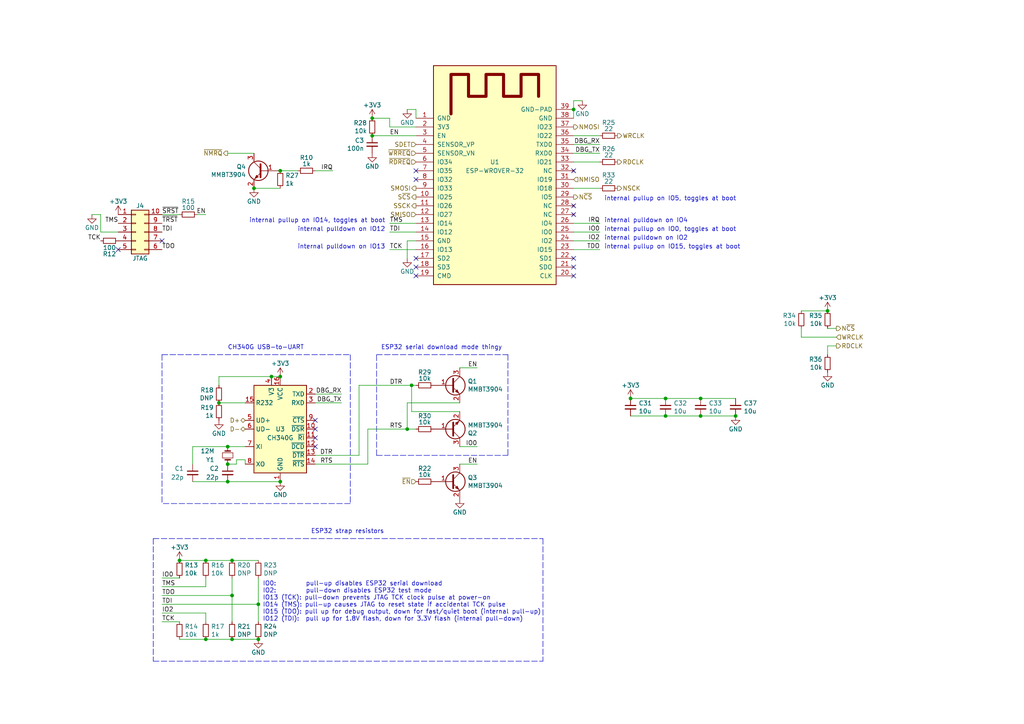
<source format=kicad_sch>
(kicad_sch (version 20211123) (generator eeschema)
  (paper "A4")
  (title_block (title "NuBus-ESP32") (date "2021-11-18") (rev "0.1") (company "Garrett's Workshop"))
  (lib_symbols
    (symbol "Connector_Generic:Conn_02x05_Counter_Clockwise" (pin_names (offset 1.016) hide)
      (property "Reference" "J" (at 1.27 7.62 0))
      (property "Value" "Conn_02x05_Counter_Clockwise" (at 1.27 -7.62 0))
      (symbol "Conn_02x05_Counter_Clockwise_1_1"
        (rectangle (start -1.27 -4.953) (end 0 -5.207) (stroke (width 0.1524)))
        (rectangle (start -1.27 -2.413) (end 0 -2.667) (stroke (width 0.1524)))
        (rectangle (start -1.27 0.127) (end 0 -0.127) (stroke (width 0.1524)))
        (rectangle (start -1.27 2.667) (end 0 2.413) (stroke (width 0.1524)))
        (rectangle (start -1.27 5.207) (end 0 4.953) (stroke (width 0.1524)))
        (rectangle (start -1.27 6.35) (end 3.81 -6.35) (stroke (width 0.254)) (fill (type background)))
        (rectangle (start 3.81 -4.953) (end 2.54 -5.207) (stroke (width 0.1524)))
        (rectangle (start 3.81 -2.413) (end 2.54 -2.667) (stroke (width 0.1524)))
        (rectangle (start 3.81 0.127) (end 2.54 -0.127) (stroke (width 0.1524)))
        (rectangle (start 3.81 2.667) (end 2.54 2.413) (stroke (width 0.1524)))
        (rectangle (start 3.81 5.207) (end 2.54 4.953) (stroke (width 0.1524)))
        (pin passive line (at -5.08 5.08 0) (length 3.81) (name "Pin_1") (number "1"))
        (pin passive line (at 7.62 5.08 180) (length 3.81) (name "Pin_10") (number "10"))
        (pin passive line (at -5.08 2.54 0) (length 3.81) (name "Pin_2") (number "2"))
        (pin passive line (at -5.08 0 0) (length 3.81) (name "Pin_3") (number "3"))
        (pin passive line (at -5.08 -2.54 0) (length 3.81) (name "Pin_4") (number "4"))
        (pin passive line (at -5.08 -5.08 0) (length 3.81) (name "Pin_5") (number "5"))
        (pin passive line (at 7.62 -5.08 180) (length 3.81) (name "Pin_6") (number "6"))
        (pin passive line (at 7.62 -2.54 180) (length 3.81) (name "Pin_7") (number "7"))
        (pin passive line (at 7.62 0 180) (length 3.81) (name "Pin_8") (number "8"))
        (pin passive line (at 7.62 2.54 180) (length 3.81) (name "Pin_9") (number "9"))
      )
    )
    (symbol "Device:C_Small" (pin_numbers hide) (pin_names (offset 0.254) hide)
      (property "Reference" "C" (at 0.254 1.778 0))
      (property "Value" "C_Small" (at 0.254 -2.032 0))
      (symbol "C_Small_0_1"
        (polyline (pts (xy -1.524 -0.508) (xy 1.524 -0.508)) (stroke (width 0.3302)))
        (polyline (pts (xy -1.524 0.508) (xy 1.524 0.508)) (stroke (width 0.3048)))
      )
      (symbol "C_Small_1_1"
        (pin passive line (at 0 2.54 270) (length 2.032) (name "~") (number "1"))
        (pin passive line (at 0 -2.54 90) (length 2.032) (name "~") (number "2"))
      )
    )
    (symbol "Device:Crystal_Small" (pin_numbers hide) (pin_names (offset 1.016) hide)
      (property "Reference" "Y" (at 0 2.54 0))
      (property "Value" "Crystal_Small" (at 0 -2.54 0))
      (symbol "Crystal_Small_0_1"
        (rectangle (start -0.762 -1.524) (end 0.762 1.524))
        (polyline (pts (xy -1.27 -0.762) (xy -1.27 0.762)) (stroke (width 0.381)))
        (polyline (pts (xy 1.27 -0.762) (xy 1.27 0.762)) (stroke (width 0.381)))
      )
      (symbol "Crystal_Small_1_1"
        (pin passive line (at -2.54 0 0) (length 1.27) (name "1") (number "1"))
        (pin passive line (at 2.54 0 180) (length 1.27) (name "2") (number "2"))
      )
    )
    (symbol "Device:R_Small" (pin_numbers hide) (pin_names (offset 0.254) hide)
      (property "Reference" "R" (at 0.762 0.508 0))
      (property "Value" "R_Small" (at 0.762 -1.016 0))
      (symbol "R_Small_0_1"
        (rectangle (start -0.762 1.778) (end 0.762 -1.778) (stroke (width 0.2032)))
      )
      (symbol "R_Small_1_1"
        (pin passive line (at 0 2.54 270) (length 0.762) (name "~") (number "1"))
        (pin passive line (at 0 -2.54 90) (length 0.762) (name "~") (number "2"))
      )
    )
    (symbol "GW_RFModule:ESP-WROVER-32" (pin_names (offset 1.016))
      (property "Reference" "U" (at 0 31.75 0))
      (property "Value" "ESP-WROVER-32" (at 0 0 0))
      (symbol "ESP-WROVER-32_0_1"
        (rectangle (start -17.78 30.48) (end 17.78 -33.02) (stroke (width 0.254)) (fill (type background)))
        (polyline (pts (xy -12.7 16.51) (xy -12.7 27.94) (xy -7.62 27.94) (xy -7.62 21.59) (xy -2.54 21.59) (xy -2.54 27.94) (xy 2.54 27.94) (xy 2.54 21.59) (xy 7.62 21.59) (xy 7.62 27.94) (xy 12.7 27.94) (xy 12.7 21.59)) (stroke (width 0.889)))
      )
      (symbol "ESP-WROVER-32_1_1"
        (pin power_out line (at -22.86 15.24 0) (length 5.08) (name "GND") (number "1"))
        (pin bidirectional line (at -22.86 -7.62 0) (length 5.08) (name "IO25") (number "10"))
        (pin bidirectional line (at -22.86 -10.16 0) (length 5.08) (name "IO26") (number "11"))
        (pin bidirectional line (at -22.86 -12.7 0) (length 5.08) (name "IO27") (number "12"))
        (pin bidirectional line (at -22.86 -15.24 0) (length 5.08) (name "IO14") (number "13"))
        (pin bidirectional line (at -22.86 -17.78 0) (length 5.08) (name "IO12") (number "14"))
        (pin power_in line (at -22.86 -20.32 0) (length 5.08) (name "GND") (number "15"))
        (pin bidirectional line (at -22.86 -22.86 0) (length 5.08) (name "IO13") (number "16"))
        (pin bidirectional line (at -22.86 -25.4 0) (length 5.08) (name "SD2") (number "17"))
        (pin bidirectional line (at -22.86 -27.94 0) (length 5.08) (name "SD3") (number "18"))
        (pin bidirectional line (at -22.86 -30.48 0) (length 5.08) (name "CMD") (number "19"))
        (pin power_in line (at -22.86 12.7 0) (length 5.08) (name "3V3") (number "2"))
        (pin input line (at 22.86 -30.48 180) (length 5.08) (name "CLK") (number "20"))
        (pin bidirectional line (at 22.86 -27.94 180) (length 5.08) (name "SDO") (number "21"))
        (pin bidirectional line (at 22.86 -25.4 180) (length 5.08) (name "SD1") (number "22"))
        (pin bidirectional line (at 22.86 -22.86 180) (length 5.08) (name "IO15") (number "23"))
        (pin bidirectional line (at 22.86 -20.32 180) (length 5.08) (name "IO2") (number "24"))
        (pin bidirectional line (at 22.86 -17.78 180) (length 5.08) (name "IO0") (number "25"))
        (pin input line (at 22.86 -15.24 180) (length 5.08) (name "IO4") (number "26"))
        (pin no_connect line (at 22.86 -12.7 180) (length 5.08) (name "NC") (number "27"))
        (pin no_connect line (at 22.86 -10.16 180) (length 5.08) (name "NC") (number "28"))
        (pin bidirectional line (at 22.86 -7.62 180) (length 5.08) (name "IO5") (number "29"))
        (pin input line (at -22.86 10.16 0) (length 5.08) (name "EN") (number "3"))
        (pin input line (at 22.86 -5.08 180) (length 5.08) (name "IO18") (number "30"))
        (pin bidirectional line (at 22.86 -2.54 180) (length 5.08) (name "IO19") (number "31"))
        (pin no_connect line (at 22.86 0 180) (length 5.08) (name "NC") (number "32"))
        (pin bidirectional line (at 22.86 2.54 180) (length 5.08) (name "IO21") (number "33"))
        (pin bidirectional line (at 22.86 5.08 180) (length 5.08) (name "RXD0") (number "34"))
        (pin bidirectional line (at 22.86 7.62 180) (length 5.08) (name "TXD0") (number "35"))
        (pin bidirectional line (at 22.86 10.16 180) (length 5.08) (name "IO22") (number "36"))
        (pin bidirectional line (at 22.86 12.7 180) (length 5.08) (name "IO23") (number "37"))
        (pin power_in line (at 22.86 15.24 180) (length 5.08) (name "GND") (number "38"))
        (pin power_in line (at 22.86 17.78 180) (length 5.08) (name "GND-PAD") (number "39"))
        (pin input line (at -22.86 7.62 0) (length 5.08) (name "SENSOR_VP") (number "4"))
        (pin input line (at -22.86 5.08 0) (length 5.08) (name "SENSOR_VN") (number "5"))
        (pin bidirectional line (at -22.86 2.54 0) (length 5.08) (name "IO34") (number "6"))
        (pin bidirectional line (at -22.86 0 0) (length 5.08) (name "IO35") (number "7"))
        (pin bidirectional line (at -22.86 -2.54 0) (length 5.08) (name "IO32") (number "8"))
        (pin bidirectional line (at -22.86 -5.08 0) (length 5.08) (name "IO33") (number "9"))
      )
    )
    (symbol "Interface_USB:CH340G"
      (property "Reference" "U" (at -5.08 13.97 0))
      (property "Value" "CH340G" (at 1.27 13.97 0))
      (symbol "CH340G_0_1"
        (rectangle (start -7.62 12.7) (end 7.62 -12.7) (stroke (width 0.254)) (fill (type background)))
      )
      (symbol "CH340G_1_1"
        (pin power_in line (at 0 -15.24 90) (length 2.54) (name "GND") (number "1"))
        (pin input line (at 10.16 0 180) (length 2.54) (name "~{DSR}") (number "10"))
        (pin input line (at 10.16 -2.54 180) (length 2.54) (name "~{RI}") (number "11"))
        (pin input line (at 10.16 -5.08 180) (length 2.54) (name "~{DCD}") (number "12"))
        (pin output line (at 10.16 -7.62 180) (length 2.54) (name "~{DTR}") (number "13"))
        (pin output line (at 10.16 -10.16 180) (length 2.54) (name "~{RTS}") (number "14"))
        (pin input line (at -10.16 7.62 0) (length 2.54) (name "R232") (number "15"))
        (pin power_in line (at 0 15.24 270) (length 2.54) (name "VCC") (number "16"))
        (pin output line (at 10.16 10.16 180) (length 2.54) (name "TXD") (number "2"))
        (pin input line (at 10.16 7.62 180) (length 2.54) (name "RXD") (number "3"))
        (pin passive line (at -2.54 15.24 270) (length 2.54) (name "V3") (number "4"))
        (pin bidirectional line (at -10.16 2.54 0) (length 2.54) (name "UD+") (number "5"))
        (pin bidirectional line (at -10.16 0 0) (length 2.54) (name "UD-") (number "6"))
        (pin input line (at -10.16 -5.08 0) (length 2.54) (name "XI") (number "7"))
        (pin output line (at -10.16 -10.16 0) (length 2.54) (name "XO") (number "8"))
        (pin input line (at 10.16 2.54 180) (length 2.54) (name "~{CTS}") (number "9"))
      )
    )
    (symbol "Transistor_BJT:MMBT3904" (pin_names (offset 0) hide)
      (property "Reference" "Q" (at 5.08 1.905 0))
      (property "Value" "MMBT3904" (at 5.08 0 0))
      (symbol "MMBT3904_0_1"
        (polyline (pts (xy 0.635 0.635) (xy 2.54 2.54)))
        (polyline (pts (xy 0.635 -0.635) (xy 2.54 -2.54) (xy 2.54 -2.54)))
        (polyline (pts (xy 0.635 1.905) (xy 0.635 -1.905) (xy 0.635 -1.905)) (stroke (width 0.508)))
        (polyline (pts (xy 1.27 -1.778) (xy 1.778 -1.27) (xy 2.286 -2.286) (xy 1.27 -1.778) (xy 1.27 -1.778)) (fill (type outline)))
        (circle (center 1.27 0) (radius 2.8194) (stroke (width 0.254)))
      )
      (symbol "MMBT3904_1_1"
        (pin input line (at -5.08 0 0) (length 5.715) (name "B") (number "1"))
        (pin passive line (at 2.54 -5.08 90) (length 2.54) (name "E") (number "2"))
        (pin passive line (at 2.54 5.08 270) (length 2.54) (name "C") (number "3"))
      )
    )
    (symbol "power:+3V3" (power) (pin_names (offset 0))
      (property "Value" "+3V3" (at 0 3.556 0))
      (symbol "+3V3_0_1"
        (polyline (pts (xy -0.762 1.27) (xy 0 2.54)))
        (polyline (pts (xy 0 0) (xy 0 2.54)))
        (polyline (pts (xy 0 2.54) (xy 0.762 1.27)))
      )
      (symbol "+3V3_1_1"
        (pin power_in line (at 0 0 90) (length 0) hide (name "+3V3") (number "1"))
      )
    )
    (symbol "power:GND" (power) (pin_names (offset 0))
      (property "Value" "GND" (at 0 -3.81 0))
      (symbol "GND_0_1"
        (polyline (pts (xy 0 0) (xy 0 -1.27) (xy 1.27 -1.27) (xy 0 -2.54) (xy -1.27 -1.27) (xy 0 -1.27)))
      )
      (symbol "GND_1_1"
        (pin power_in line (at 0 0 270) (length 0) hide (name "GND") (number "1"))
      )
    )
  )
  (junction (at 81.28 49.53))
  (junction (at 67.31 185.42))
  (junction (at 63.5 116.84))
  (junction (at 107.95 39.37))
  (junction (at 73.66 54.61))
  (junction (at 119.38 111.76))
  (junction (at 59.69 162.56))
  (junction (at 203.2 115.57))
  (junction (at 66.04 134.62))
  (junction (at 74.93 175.26))
  (junction (at 78.74 109.22))
  (junction (at 52.07 162.56))
  (junction (at 59.69 185.42))
  (junction (at 81.28 109.22))
  (junction (at 67.31 172.72))
  (junction (at 107.95 34.29))
  (junction (at 193.04 120.65))
  (junction (at 66.04 139.7))
  (junction (at 66.04 129.54))
  (junction (at 67.31 162.56))
  (junction (at 213.36 120.65))
  (junction (at 182.88 115.57))
  (junction (at 203.2 120.65))
  (junction (at 74.93 185.42))
  (junction (at 81.28 139.7))
  (junction (at 118.11 124.46))
  (junction (at 240.03 90.17))
  (junction (at 193.04 115.57))
  (junction (at 166.37 31.75))
  (no_connect (at 120.65 49.53))
  (no_connect (at 91.44 129.54))
  (no_connect (at 166.37 80.01))
  (no_connect (at 166.37 59.69))
  (no_connect (at 120.65 77.47))
  (no_connect (at 34.29 72.39))
  (no_connect (at 120.65 52.07))
  (no_connect (at 166.37 62.23))
  (no_connect (at 91.44 127))
  (no_connect (at 166.37 74.93))
  (no_connect (at 91.44 121.92))
  (no_connect (at 120.65 80.01))
  (no_connect (at 46.99 69.85))
  (no_connect (at 166.37 49.53))
  (no_connect (at 91.44 124.46))
  (no_connect (at 120.65 74.93))
  (no_connect (at 166.37 77.47))
  (wire (pts (xy 119.38 119.38) (xy 133.35 119.38)))
  (wire (pts (xy 166.37 46.99) (xy 173.99 46.99)))
  (wire (pts (xy 106.68 124.46) (xy 118.11 124.46)))
  (wire (pts (xy 166.37 31.75) (xy 166.37 34.29)))
  (wire (pts (xy 74.93 175.26) (xy 74.93 180.34)))
  (wire (pts (xy 173.99 54.61) (xy 166.37 54.61)))
  (wire (pts (xy 118.11 69.85) (xy 120.65 69.85)))
  (wire (pts (xy 133.35 116.84) (xy 118.11 116.84)))
  (wire (pts (xy 55.88 139.7) (xy 66.04 139.7)))
  (wire (pts (xy 63.5 109.22) (xy 63.5 111.76)))
  (wire (pts (xy 46.99 170.18) (xy 59.69 170.18)))
  (wire (pts (xy 68.58 134.62) (xy 68.58 133.35)))
  (wire (pts (xy 74.93 185.42) (xy 67.31 185.42)))
  (polyline (pts (xy 46.99 102.87) (xy 46.99 146.05)))
  (wire (pts (xy 106.68 134.62) (xy 91.44 134.62)))
  (wire (pts (xy 240.03 100.33) (xy 242.57 100.33)))
  (wire (pts (xy 46.99 180.34) (xy 52.07 180.34)))
  (wire (pts (xy 168.91 29.21) (xy 166.37 29.21)))
  (wire (pts (xy 63.5 116.84) (xy 71.12 116.84)))
  (wire (pts (xy 104.14 132.08) (xy 104.14 111.76)))
  (wire (pts (xy 46.99 175.26) (xy 74.93 175.26)))
  (wire (pts (xy 107.95 39.37) (xy 120.65 39.37)))
  (wire (pts (xy 193.04 120.65) (xy 182.88 120.65)))
  (wire (pts (xy 57.15 62.23) (xy 59.69 62.23)))
  (wire (pts (xy 67.31 172.72) (xy 67.31 180.34)))
  (wire (pts (xy 113.03 34.29) (xy 113.03 36.83)))
  (wire (pts (xy 166.37 64.77) (xy 173.99 64.77)))
  (wire (pts (xy 74.93 175.26) (xy 74.93 167.64)))
  (wire (pts (xy 59.69 170.18) (xy 59.69 167.64)))
  (wire (pts (xy 99.06 114.3) (xy 91.44 114.3)))
  (wire (pts (xy 242.57 95.25) (xy 240.03 95.25)))
  (wire (pts (xy 67.31 172.72) (xy 67.31 167.64)))
  (wire (pts (xy 203.2 115.57) (xy 213.36 115.57)))
  (polyline (pts (xy 101.6 102.87) (xy 101.6 146.05)))
  (wire (pts (xy 120.65 34.29) (xy 120.65 31.75)))
  (wire (pts (xy 81.28 54.61) (xy 73.66 54.61)))
  (wire (pts (xy 106.68 124.46) (xy 106.68 134.62)))
  (wire (pts (xy 138.43 134.62) (xy 133.35 134.62)))
  (wire (pts (xy 66.04 129.54) (xy 71.12 129.54)))
  (wire (pts (xy 232.41 95.25) (xy 232.41 97.79)))
  (wire (pts (xy 59.69 185.42) (xy 52.07 185.42)))
  (polyline (pts (xy 109.22 132.08) (xy 147.32 132.08)))
  (wire (pts (xy 120.65 67.31) (xy 113.03 67.31)))
  (wire (pts (xy 166.37 67.31) (xy 173.99 67.31)))
  (wire (pts (xy 46.99 167.64) (xy 52.07 167.64)))
  (wire (pts (xy 52.07 162.56) (xy 59.69 162.56)))
  (wire (pts (xy 67.31 185.42) (xy 59.69 185.42)))
  (wire (pts (xy 29.21 67.31) (xy 34.29 67.31)))
  (wire (pts (xy 166.37 72.39) (xy 173.99 72.39)))
  (wire (pts (xy 46.99 172.72) (xy 67.31 172.72)))
  (wire (pts (xy 232.41 90.17) (xy 240.03 90.17)))
  (wire (pts (xy 113.03 36.83) (xy 120.65 36.83)))
  (wire (pts (xy 120.65 64.77) (xy 113.03 64.77)))
  (wire (pts (xy 118.11 116.84) (xy 118.11 124.46)))
  (polyline (pts (xy 147.32 102.87) (xy 147.32 132.08)))
  (polyline (pts (xy 44.45 156.21) (xy 44.45 191.77)))
  (wire (pts (xy 193.04 115.57) (xy 182.88 115.57)))
  (polyline (pts (xy 109.22 132.08) (xy 109.22 102.87)))
  (wire (pts (xy 63.5 109.22) (xy 78.74 109.22)))
  (polyline (pts (xy 157.48 156.21) (xy 157.48 191.77)))
  (wire (pts (xy 118.11 124.46) (xy 120.65 124.46)))
  (wire (pts (xy 173.99 39.37) (xy 166.37 39.37)))
  (wire (pts (xy 81.28 109.22) (xy 78.74 109.22)))
  (wire (pts (xy 232.41 97.79) (xy 242.57 97.79)))
  (polyline (pts (xy 44.45 156.21) (xy 157.48 156.21)))
  (wire (pts (xy 55.88 129.54) (xy 55.88 134.62)))
  (wire (pts (xy 68.58 133.35) (xy 71.12 133.35)))
  (wire (pts (xy 119.38 119.38) (xy 119.38 111.76)))
  (wire (pts (xy 166.37 44.45) (xy 173.99 44.45)))
  (wire (pts (xy 193.04 115.57) (xy 203.2 115.57)))
  (wire (pts (xy 104.14 111.76) (xy 119.38 111.76)))
  (wire (pts (xy 46.99 62.23) (xy 52.07 62.23)))
  (wire (pts (xy 240.03 102.87) (xy 240.03 100.33)))
  (wire (pts (xy 166.37 29.21) (xy 166.37 31.75)))
  (wire (pts (xy 120.65 72.39) (xy 113.03 72.39)))
  (wire (pts (xy 118.11 31.75) (xy 120.65 31.75)))
  (wire (pts (xy 138.43 129.54) (xy 133.35 129.54)))
  (wire (pts (xy 91.44 132.08) (xy 104.14 132.08)))
  (wire (pts (xy 26.67 62.23) (xy 29.21 62.23)))
  (wire (pts (xy 166.37 69.85) (xy 173.99 69.85)))
  (wire (pts (xy 203.2 120.65) (xy 193.04 120.65)))
  (wire (pts (xy 66.04 139.7) (xy 81.28 139.7)))
  (wire (pts (xy 86.36 49.53) (xy 81.28 49.53)))
  (wire (pts (xy 59.69 162.56) (xy 67.31 162.56)))
  (wire (pts (xy 120.65 111.76) (xy 119.38 111.76)))
  (wire (pts (xy 71.12 133.35) (xy 71.12 134.62)))
  (wire (pts (xy 91.44 116.84) (xy 99.06 116.84)))
  (wire (pts (xy 107.95 34.29) (xy 113.03 34.29)))
  (polyline (pts (xy 109.22 102.87) (xy 147.32 102.87)))
  (wire (pts (xy 138.43 106.68) (xy 133.35 106.68)))
  (wire (pts (xy 67.31 162.56) (xy 74.93 162.56)))
  (polyline (pts (xy 46.99 102.87) (xy 101.6 102.87)))
  (wire (pts (xy 173.99 41.91) (xy 166.37 41.91)))
  (polyline (pts (xy 44.45 191.77) (xy 157.48 191.77)))
  (wire (pts (xy 66.04 44.45) (xy 73.66 44.45)))
  (wire (pts (xy 213.36 120.65) (xy 203.2 120.65)))
  (wire (pts (xy 118.11 69.85) (xy 118.11 74.93)))
  (wire (pts (xy 29.21 62.23) (xy 29.21 67.31)))
  (wire (pts (xy 91.44 49.53) (xy 96.52 49.53)))
  (wire (pts (xy 59.69 177.8) (xy 59.69 180.34)))
  (wire (pts (xy 46.99 177.8) (xy 59.69 177.8)))
  (polyline (pts (xy 101.6 146.05) (xy 46.99 146.05)))
  (wire (pts (xy 55.88 129.54) (xy 66.04 129.54)))
  (wire (pts (xy 68.58 134.62) (xy 66.04 134.62)))
  (text "internal pulldown on IO13" (at 111.76 72.39 180) (effects (font (size 1.27 1.27)) (justify right bottom)))
  (text "internal pulldown on IO4" (at 175.26 64.77 0) (effects (font (size 1.27 1.27)) (justify left bottom)))
  (text "internal pullup on IO15, toggles at boot" (at 175.26 72.39 0) (effects (font (size 1.27 1.27)) (justify left bottom)))
  (text "CH340G USB-to-UART" (at 66.04 101.6 0) (effects (font (size 1.27 1.27)) (justify left bottom)))
  (text "internal pullup on IO0, toggles at boot" (at 175.26 67.31 0) (effects (font (size 1.27 1.27)) (justify left bottom)))
  (text "internal pulldown on IO2" (at 175.26 69.85 0) (effects (font (size 1.27 1.27)) (justify left bottom)))
  (text "ESP32 serial download mode thingy" (at 110.49 101.6 0) (effects (font (size 1.27 1.27)) (justify left bottom)))
  (text "internal pullup on IO5, toggles at boot" (at 175.26 58.42 0) (effects (font (size 1.27 1.27)) (justify left bottom)))
  (text "IO0:         pull-up disables ESP32 serial download\nIO2:         pull-down disables ESP32 test mode\nIO13 (TCK): pull-down prevents JTAG TCK clock pulse at power-on\nIO14 (TMS): pull-up causes JTAG to reset state if accidental TCK pulse\nIO15 (TDO): pull up for debug output, down for fast/quiet boot (internal pull-up)\nIO12 (TDI):  pull up for 1.8V flash, down for 3.3V flash (internal pull-down)" (at 76.2 180.34 0) (effects (font (size 1.27 1.27)) (justify left bottom)))
  (text "internal pulldown on IO12" (at 111.76 67.31 180) (effects (font (size 1.27 1.27)) (justify right bottom)))
  (text "ESP32 strap resistors" (at 90.17 154.94 0) (effects (font (size 1.27 1.27)) (justify left bottom)))
  (text "internal pullup on IO14, toggles at boot" (at 111.76 64.77 180) (effects (font (size 1.27 1.27)) (justify right bottom)))
  (label "IO0" (at 173.99 67.31 180))
  (label "IO0" (at 46.99 167.64 0))
  (label "TDI" (at 46.99 67.31 0))
  (label "IO2" (at 46.99 177.8 0))
  (label "DTR" (at 96.52 132.08 180))
  (label "IRQ" (at 96.52 49.53 180))
  (label "TDI" (at 113.03 67.31 0))
  (label "EN" (at 59.69 62.23 180))
  (label "TCK" (at 46.99 180.34 0))
  (label "TMS" (at 34.29 64.77 180))
  (label "IO0" (at 138.43 129.54 180))
  (label "~{TRST}" (at 46.99 64.77 0))
  (label "RTS" (at 96.52 134.62 180))
  (label "DBG_RX" (at 173.99 41.91 180))
  (label "TDO" (at 173.99 72.39 180))
  (label "EN" (at 138.43 134.62 180))
  (label "RTS" (at 113.03 124.46 0))
  (label "TCK" (at 113.03 72.39 0))
  (label "~{SRST}" (at 46.99 62.23 0))
  (label "TCK" (at 29.21 69.85 180))
  (label "EN" (at 138.43 106.68 180))
  (label "TDO" (at 46.99 72.39 0))
  (label "DBG_RX" (at 99.06 114.3 180))
  (label "TMS" (at 46.99 170.18 0))
  (label "TDO" (at 46.99 172.72 0))
  (label "DBG_TX" (at 173.99 44.45 180))
  (label "IO2" (at 173.99 69.85 180))
  (label "DBG_TX" (at 99.06 116.84 180))
  (label "TMS" (at 113.03 64.77 0))
  (label "TDI" (at 46.99 175.26 0))
  (label "DTR" (at 113.03 111.76 0))
  (label "EN" (at 113.03 39.37 0))
  (label "IRQ" (at 173.99 64.77 180))
  (hierarchical_label "S~{CS}" (shape output) (at 120.65 57.15 180))
  (hierarchical_label "SMOSI" (shape output) (at 120.65 54.61 180))
  (hierarchical_label "WRCLK" (shape output) (at 179.07 39.37 0))
  (hierarchical_label "NMOSI" (shape output) (at 166.37 36.83 0))
  (hierarchical_label "RDCLK" (shape output) (at 242.57 100.33 0))
  (hierarchical_label "~{NMRQ}" (shape output) (at 66.04 44.45 180))
  (hierarchical_label "N~{CS}" (shape output) (at 242.57 95.25 0))
  (hierarchical_label "WRCLK" (shape input) (at 242.57 97.79 0))
  (hierarchical_label "SDET" (shape input) (at 120.65 41.91 180))
  (hierarchical_label "D-" (shape bidirectional) (at 71.12 124.46 180))
  (hierarchical_label "RDCLK" (shape output) (at 179.07 46.99 0))
  (hierarchical_label "NMISO" (shape input) (at 166.37 52.07 0))
  (hierarchical_label "~{EN}" (shape input) (at 120.65 139.7 180))
  (hierarchical_label "~{RDREQ}" (shape input) (at 120.65 46.99 180))
  (hierarchical_label "NSCK" (shape output) (at 179.07 54.61 0))
  (hierarchical_label "SSCK" (shape output) (at 120.65 59.69 180))
  (hierarchical_label "N~{CS}" (shape output) (at 166.37 57.15 0))
  (hierarchical_label "D+" (shape bidirectional) (at 71.12 121.92 180))
  (hierarchical_label "~{WRREQ}" (shape input) (at 120.65 44.45 180))
  (hierarchical_label "SMISO" (shape input) (at 120.65 62.23 180))
  (symbol (lib_id "Device:R_Small") (at 31.75 69.85 90) (unit 1)
    (property "Reference" "R12" (at 31.75 73.66 90))
    (property "Value" "100" (at 31.75 71.12 90) (effects (justify bottom)))
    (property "Footprint" "stdpads:R_0805" (effects hide))
    (property "LCSC Part" "C17408" (effects hide))
  )
  (symbol (lib_id "Device:R_Small") (at 176.53 46.99 90) (mirror x) (unit 1)
    (property "Reference" "R26" (at 176.53 43.18 90))
    (property "Value" "22" (at 176.53 45.72 90) (effects (justify bottom)))
    (property "Footprint" "stdpads:R_0805" (effects hide))
    (property "LCSC Part" "C17561" (effects hide))
  )
  (symbol (lib_id "Device:R_Small") (at 176.53 39.37 90) (mirror x) (unit 1)
    (property "Reference" "R25" (at 176.53 35.56 90))
    (property "Value" "22" (at 176.53 38.1 90) (effects (justify bottom)))
    (property "Footprint" "stdpads:R_0805" (effects hide))
    (property "LCSC Part" "C17561" (effects hide))
  )
  (symbol (lib_id "Device:R_Small") (at 176.53 54.61 90) (mirror x) (unit 1)
    (property "Reference" "R33" (at 176.53 50.8 90))
    (property "Value" "22" (at 176.53 53.34 90) (effects (justify bottom)))
    (property "Footprint" "stdpads:R_0805" (effects hide))
    (property "LCSC Part" "C17561" (effects hide))
  )
  (symbol (lib_id "Device:C_Small") (at 213.36 118.11 0) (mirror y) (unit 1)
    (property "Reference" "C37" (at 215.6968 116.9416 0) (effects (justify right)))
    (property "Value" "10u" (at 215.6968 119.253 0) (effects (justify right)))
    (property "Footprint" "stdpads:C_0805" (effects hide))
    (property "LCSC Part" "C15850" (effects hide))
  )
  (symbol (lib_id "power:GND") (at 213.36 120.65 0) (unit 1)
    (property "Reference" "#PWR0204" (effects hide))
    (property "Value" "GND" (at 213.36 124.46 0))
  )
  (symbol (lib_id "Device:R_Small") (at 81.28 52.07 0) (unit 1)
    (property "Reference" "R27" (at 82.7786 50.9016 0) (effects (justify left)))
    (property "Value" "1k" (at 82.7786 53.213 0) (effects (justify left)))
    (property "Footprint" "stdpads:R_0805" (effects hide))
    (property "LCSC Part" "C17513" (effects hide))
  )
  (symbol (lib_id "Transistor_BJT:MMBT3904") (at 76.2 49.53 0) (mirror y) (unit 1)
    (property "Reference" "Q4" (at 71.3486 48.3616 0) (effects (justify left)))
    (property "Value" "MMBT3904" (at 71.3486 50.673 0) (effects (justify left)))
    (property "Footprint" "stdpads:SOT-23" (effects hide))
    (property "LCSC Part" "C20526" (effects hide))
  )
  (symbol (lib_id "power:GND") (at 73.66 54.61 0) (mirror y) (unit 1)
    (property "Reference" "#PWR0202" (effects hide))
    (property "Value" "GND" (at 73.66 58.42 0))
  )
  (symbol (lib_id "Device:R_Small") (at 88.9 49.53 90) (mirror x) (unit 1)
    (property "Reference" "R10" (at 88.9 45.72 90))
    (property "Value" "1k" (at 88.9 48.26 90) (effects (justify bottom)))
    (property "Footprint" "stdpads:R_0805" (effects hide))
    (property "LCSC Part" "C17513" (effects hide))
  )
  (symbol (lib_id "power:+3V3") (at 182.88 115.57 0) (unit 1)
    (property "Reference" "#PWR0203" (effects hide))
    (property "Value" "+3V3" (at 182.88 111.76 0))
  )
  (symbol (lib_id "Device:C_Small") (at 182.88 118.11 0) (mirror y) (unit 1)
    (property "Reference" "C31" (at 185.2168 116.9416 0) (effects (justify right)))
    (property "Value" "10u" (at 185.2168 119.253 0) (effects (justify right)))
    (property "Footprint" "stdpads:C_0805" (effects hide))
    (property "LCSC Part" "C15850" (effects hide))
  )
  (symbol (lib_id "Device:C_Small") (at 193.04 118.11 0) (mirror y) (unit 1)
    (property "Reference" "C32" (at 195.3768 116.9416 0) (effects (justify right)))
    (property "Value" "10u" (at 195.3768 119.253 0) (effects (justify right)))
    (property "Footprint" "stdpads:C_0805" (effects hide))
    (property "LCSC Part" "C15850" (effects hide))
  )
  (symbol (lib_id "Device:C_Small") (at 203.2 118.11 0) (mirror y) (unit 1)
    (property "Reference" "C33" (at 205.5368 116.9416 0) (effects (justify right)))
    (property "Value" "10u" (at 205.5368 119.253 0) (effects (justify right)))
    (property "Footprint" "stdpads:C_0805" (effects hide))
    (property "LCSC Part" "C15850" (effects hide))
  )
  (symbol (lib_id "Device:R_Small") (at 240.03 105.41 0) (mirror y) (unit 1)
    (property "Reference" "R36" (at 238.5314 104.2416 0) (effects (justify left)))
    (property "Value" "10k" (at 238.5314 106.553 0) (effects (justify left)))
    (property "Footprint" "stdpads:R_0805" (effects hide))
    (property "LCSC Part" "C17414" (effects hide))
  )
  (symbol (lib_id "power:+3V3") (at 240.03 90.17 0) (unit 1)
    (property "Reference" "#PWR0235" (effects hide))
    (property "Value" "+3V3" (at 240.03 86.36 0))
  )
  (symbol (lib_id "Device:R_Small") (at 240.03 92.71 0) (mirror y) (unit 1)
    (property "Reference" "R35" (at 238.5314 91.5416 0) (effects (justify left)))
    (property "Value" "10k" (at 238.5314 93.853 0) (effects (justify left)))
    (property "Footprint" "stdpads:R_0805" (effects hide))
    (property "LCSC Part" "C17414" (effects hide))
  )
  (symbol (lib_id "power:GND") (at 240.03 107.95 0) (unit 1)
    (property "Reference" "#PWR0236" (effects hide))
    (property "Value" "GND" (at 240.03 111.76 0))
  )
  (symbol (lib_id "Device:R_Small") (at 232.41 92.71 0) (mirror y) (unit 1)
    (property "Reference" "R34" (at 230.9114 91.5416 0) (effects (justify left)))
    (property "Value" "10k" (at 230.9114 93.853 0) (effects (justify left)))
    (property "Footprint" "stdpads:R_0805" (effects hide))
    (property "LCSC Part" "C17414" (effects hide))
  )
  (symbol (lib_id "Device:R_Small") (at 123.19 139.7 90) (mirror x) (unit 1)
    (property "Reference" "R22" (at 123.19 135.89 90))
    (property "Value" "10k" (at 123.19 138.43 90) (effects (justify bottom)))
    (property "Footprint" "stdpads:R_0805" (effects hide))
    (property "LCSC Part" "C17414" (effects hide))
  )
  (symbol (lib_id "GW_RFModule:ESP-WROVER-32") (at 143.51 49.53 0) (unit 1)
    (property "Reference" "U1" (at 143.51 46.99 0))
    (property "Value" "ESP-WROVER-32" (at 143.51 49.53 0))
    (property "Footprint" "stdpads:ESP32-WROVER_WROOM-32_WROVER" (effects hide))
    (property "LCSC Part" "C967023" (effects hide))
  )
  (symbol (lib_id "power:GND") (at 168.91 29.21 0) (unit 1)
    (property "Reference" "#PWR0172" (effects hide))
    (property "Value" "GND" (at 168.91 33.02 0))
  )
  (symbol (lib_id "power:GND") (at 118.11 31.75 0) (mirror y) (unit 1)
    (property "Reference" "#PWR0173" (effects hide))
    (property "Value" "GND" (at 118.11 35.56 0))
  )
  (symbol (lib_id "power:GND") (at 118.11 74.93 0) (mirror y) (unit 1)
    (property "Reference" "#PWR0174" (effects hide))
    (property "Value" "GND" (at 118.11 78.74 0))
  )
  (symbol (lib_id "power:GND") (at 63.5 121.92 0) (unit 1)
    (property "Reference" "#PWR0175" (effects hide))
    (property "Value" "GND" (at 63.5 125.73 0))
  )
  (symbol (lib_id "Device:Crystal_Small") (at 66.04 132.08 90) (unit 1)
    (property "Reference" "Y1" (at 62.23 133.35 90) (effects (justify left)))
    (property "Value" "12M" (at 62.23 130.81 90) (effects (justify left)))
    (property "Footprint" "stdpads:Crystal_HC49-SMD" (effects hide))
    (property "LCSC Part" "C9002" (effects hide))
  )
  (symbol (lib_id "Device:R_Small") (at 63.5 119.38 0) (mirror y) (unit 1)
    (property "Reference" "R19" (at 62.0014 118.2116 0) (effects (justify left)))
    (property "Value" "1k" (at 62.0014 120.523 0) (effects (justify left)))
    (property "Footprint" "stdpads:R_0805" (effects hide))
    (property "LCSC Part" "C17513" (effects hide))
  )
  (symbol (lib_id "Device:C_Small") (at 66.04 137.16 0) (mirror y) (unit 1)
    (property "Reference" "C2" (at 63.5 135.89 0) (effects (justify left)))
    (property "Value" "22p" (at 63.5 138.43 0) (effects (justify left)))
    (property "Footprint" "stdpads:C_0805" (effects hide))
    (property "LCSC Part" "C1804" (effects hide))
  )
  (symbol (lib_id "power:GND") (at 81.28 139.7 0) (unit 1)
    (property "Reference" "#PWR0177" (effects hide))
    (property "Value" "GND" (at 81.28 143.51 0))
  )
  (symbol (lib_id "power:+3V3") (at 81.28 109.22 0) (unit 1)
    (property "Reference" "#PWR0178" (effects hide))
    (property "Value" "+3V3" (at 81.28 105.41 0))
  )
  (symbol (lib_id "Interface_USB:CH340G") (at 81.28 124.46 0) (unit 1)
    (property "Reference" "U3" (at 81.28 124.46 0))
    (property "Value" "CH340G" (at 81.28 127 0))
    (property "Footprint" "stdpads:SOIC-16_3.9mm" (effects hide))
    (property "Datasheet" "http://www.datasheet5.com/pdf-local-2195953" (effects hide))
    (property "LCSC Part" "C14267" (effects hide))
  )
  (symbol (lib_id "Device:R_Small") (at 63.5 114.3 0) (mirror y) (unit 1)
    (property "Reference" "R18" (at 62.0014 113.1316 0) (effects (justify left)))
    (property "Value" "DNP" (at 62.0014 115.443 0) (effects (justify left)))
    (property "Footprint" "stdpads:R_0805" (effects hide))
  )
  (symbol (lib_id "Transistor_BJT:MMBT3904") (at 130.81 124.46 0) (mirror x) (unit 1)
    (property "Reference" "Q2" (at 135.6614 125.6284 0) (effects (justify left)))
    (property "Value" "MMBT3904" (at 135.6614 123.317 0) (effects (justify left)))
    (property "Footprint" "stdpads:SOT-23" (effects hide))
    (property "LCSC Part" "C20526" (effects hide))
  )
  (symbol (lib_id "Transistor_BJT:MMBT3904") (at 130.81 111.76 0) (unit 1)
    (property "Reference" "Q1" (at 135.6614 110.5916 0) (effects (justify left)))
    (property "Value" "MMBT3904" (at 135.6614 112.903 0) (effects (justify left)))
    (property "Footprint" "stdpads:SOT-23" (effects hide))
    (property "LCSC Part" "C20526" (effects hide))
  )
  (symbol (lib_id "Device:R_Small") (at 123.19 124.46 90) (mirror x) (unit 1)
    (property "Reference" "R30" (at 123.19 120.65 90))
    (property "Value" "10k" (at 123.19 123.19 90) (effects (justify bottom)))
    (property "Footprint" "stdpads:R_0805" (effects hide))
    (property "LCSC Part" "C17414" (effects hide))
  )
  (symbol (lib_id "Device:R_Small") (at 123.19 111.76 90) (mirror x) (unit 1)
    (property "Reference" "R29" (at 123.19 107.95 90))
    (property "Value" "10k" (at 123.19 110.49 90) (effects (justify bottom)))
    (property "Footprint" "stdpads:R_0805" (effects hide))
    (property "LCSC Part" "C17414" (effects hide))
  )
  (symbol (lib_id "Device:C_Small") (at 55.88 137.16 0) (mirror y) (unit 1)
    (property "Reference" "C1" (at 53.34 135.89 0) (effects (justify left)))
    (property "Value" "22p" (at 53.34 138.43 0) (effects (justify left)))
    (property "Footprint" "stdpads:C_0805" (effects hide))
    (property "LCSC Part" "C1804" (effects hide))
  )
  (symbol (lib_id "Device:R_Small") (at 54.61 62.23 90) (mirror x) (unit 1)
    (property "Reference" "R15" (at 54.61 58.42 90))
    (property "Value" "100" (at 54.61 60.96 90) (effects (justify bottom)))
    (property "Footprint" "stdpads:R_0805" (effects hide))
    (property "LCSC Part" "C17408" (effects hide))
  )
  (symbol (lib_id "power:GND") (at 26.67 62.23 0) (unit 1)
    (property "Reference" "#PWR0179" (effects hide))
    (property "Value" "GND" (at 26.67 66.04 0))
  )
  (symbol (lib_id "power:+3V3") (at 34.29 62.23 0) (mirror y) (unit 1)
    (property "Reference" "#PWR0180" (effects hide))
    (property "Value" "+3V3" (at 34.29 58.42 0))
  )
  (symbol (lib_id "Connector_Generic:Conn_02x05_Counter_Clockwise") (at 39.37 67.31 0) (unit 1)
    (property "Reference" "J4" (at 40.64 59.69 0))
    (property "Value" "JTAG" (at 40.64 74.93 0))
    (property "Footprint" "Connector_IDC:IDC-Header_2x05_P2.54mm_Vertical" (effects hide))
    (property "LCSC Part" "C5665" (effects hide))
  )
  (symbol (lib_id "Device:R_Small") (at 67.31 165.1 0) (unit 1)
    (property "Reference" "R20" (at 68.8086 163.9316 0) (effects (justify left)))
    (property "Value" "DNP" (at 68.8086 166.243 0) (effects (justify left)))
    (property "Footprint" "stdpads:R_0805" (effects hide))
  )
  (symbol (lib_id "Device:R_Small") (at 67.31 182.88 0) (unit 1)
    (property "Reference" "R21" (at 68.8086 181.7116 0) (effects (justify left)))
    (property "Value" "DNP" (at 68.8086 184.023 0) (effects (justify left)))
    (property "Footprint" "stdpads:R_0805" (effects hide))
  )
  (symbol (lib_id "power:GND") (at 74.93 185.42 0) (unit 1)
    (property "Reference" "#PWR0181" (effects hide))
    (property "Value" "GND" (at 74.93 189.23 0))
  )
  (symbol (lib_id "Device:R_Small") (at 74.93 182.88 0) (unit 1)
    (property "Reference" "R24" (at 76.4286 181.7116 0) (effects (justify left)))
    (property "Value" "DNP" (at 76.4286 184.023 0) (effects (justify left)))
    (property "Footprint" "stdpads:R_0805" (effects hide))
  )
  (symbol (lib_id "Device:R_Small") (at 74.93 165.1 0) (unit 1)
    (property "Reference" "R23" (at 76.4286 163.9316 0) (effects (justify left)))
    (property "Value" "DNP" (at 76.4286 166.243 0) (effects (justify left)))
    (property "Footprint" "stdpads:R_0805" (effects hide))
  )
  (symbol (lib_id "Device:R_Small") (at 59.69 165.1 0) (unit 1)
    (property "Reference" "R16" (at 61.1886 163.9316 0) (effects (justify left)))
    (property "Value" "10k" (at 61.1886 166.243 0) (effects (justify left)))
    (property "Footprint" "stdpads:R_0805" (effects hide))
    (property "LCSC Part" "C17414" (effects hide))
  )
  (symbol (lib_id "Device:R_Small") (at 59.69 182.88 0) (unit 1)
    (property "Reference" "R17" (at 61.1886 181.7116 0) (effects (justify left)))
    (property "Value" "1k" (at 61.1886 184.023 0) (effects (justify left)))
    (property "Footprint" "stdpads:R_0805" (effects hide))
    (property "LCSC Part" "C17513" (effects hide))
  )
  (symbol (lib_id "Device:R_Small") (at 52.07 182.88 0) (unit 1)
    (property "Reference" "R14" (at 53.5686 181.7116 0) (effects (justify left)))
    (property "Value" "10k" (at 53.5686 184.023 0) (effects (justify left)))
    (property "Footprint" "stdpads:R_0805" (effects hide))
    (property "LCSC Part" "C17414" (effects hide))
  )
  (symbol (lib_id "power:+3V3") (at 52.07 162.56 0) (unit 1)
    (property "Reference" "#PWR0182" (effects hide))
    (property "Value" "+3V3" (at 52.07 158.75 0))
  )
  (symbol (lib_id "Device:R_Small") (at 52.07 165.1 0) (unit 1)
    (property "Reference" "R13" (at 53.5686 163.9316 0) (effects (justify left)))
    (property "Value" "10k" (at 53.5686 166.243 0) (effects (justify left)))
    (property "Footprint" "stdpads:R_0805" (effects hide))
    (property "LCSC Part" "C17414" (effects hide))
  )
  (symbol (lib_id "Device:R_Small") (at 107.95 36.83 0) (mirror y) (unit 1)
    (property "Reference" "R28" (at 106.4514 35.6616 0) (effects (justify left)))
    (property "Value" "10k" (at 106.4514 37.973 0) (effects (justify left)))
    (property "Footprint" "stdpads:R_0805" (effects hide))
    (property "LCSC Part" "C17414" (effects hide))
  )
  (symbol (lib_id "Transistor_BJT:MMBT3904") (at 130.81 139.7 0) (unit 1)
    (property "Reference" "Q3" (at 135.6614 138.5316 0) (effects (justify left)))
    (property "Value" "MMBT3904" (at 135.6614 140.843 0) (effects (justify left)))
    (property "Footprint" "stdpads:SOT-23" (effects hide))
    (property "LCSC Part" "C20526" (effects hide))
  )
  (symbol (lib_id "power:GND") (at 133.35 144.78 0) (unit 1)
    (property "Reference" "#PWR0183" (effects hide))
    (property "Value" "GND" (at 133.35 148.59 0))
  )
  (symbol (lib_id "Device:C_Small") (at 107.95 41.91 0) (mirror y) (unit 1)
    (property "Reference" "C3" (at 105.6132 40.7416 0) (effects (justify left)))
    (property "Value" "100n" (at 105.6132 43.053 0) (effects (justify left)))
    (property "Footprint" "stdpads:C_0805" (effects hide))
    (property "LCSC Part" "C28233" (effects hide))
  )
  (symbol (lib_id "power:GND") (at 107.95 44.45 0) (mirror y) (unit 1)
    (property "Reference" "#PWR0184" (effects hide))
    (property "Value" "GND" (at 107.95 48.26 0))
  )
  (symbol (lib_id "power:+3V3") (at 107.95 34.29 0) (mirror y) (unit 1)
    (property "Reference" "#PWR0185" (effects hide))
    (property "Value" "+3V3" (at 107.95 30.48 0))
  )
)
</source>
